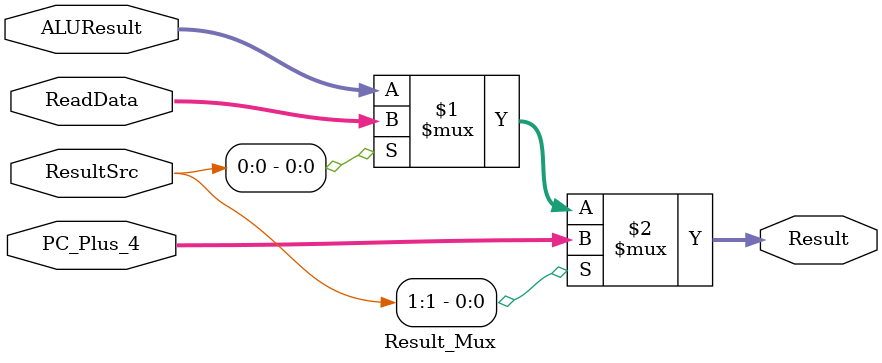
<source format=v>
`timescale 1ns / 1ps
/*

 */
module Result_Mux (
		   input wire [31:0]  ALUResult,ReadData,PC_Plus_4,
		   input wire [31:0]  ResultSrc,
		   output wire [31:0] Result
		   );

   assign Result = ResultSrc[1] ? PC_Plus_4 :(ResultSrc[0] ? ReadData : ALUResult);

endmodule

</source>
